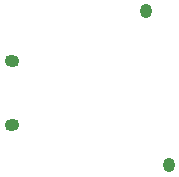
<source format=gbl>
G04 Layer_Physical_Order=2*
G04 Layer_Color=16711680*
%FSTAX42Y42*%
%MOMM*%
G71*
G01*
G75*
G04:AMPARAMS|DCode=11|XSize=1mm|YSize=1.25mm|CornerRadius=0mm|HoleSize=0mm|Usage=FLASHONLY|Rotation=280.000|XOffset=0mm|YOffset=0mm|HoleType=Round|Shape=Round|*
%AMOVALD11*
21,1,0.25,1.00,0.00,0.00,10.0*
1,1,1.00,-0.12,-0.02*
1,1,1.00,0.12,0.02*
%
%ADD11OVALD11*%

G04:AMPARAMS|DCode=12|XSize=1mm|YSize=1.25mm|CornerRadius=0mm|HoleSize=0mm|Usage=FLASHONLY|Rotation=80.000|XOffset=0mm|YOffset=0mm|HoleType=Round|Shape=Round|*
%AMOVALD12*
21,1,0.25,1.00,0.00,0.00,170.0*
1,1,1.00,0.12,-0.02*
1,1,1.00,-0.12,0.02*
%
%ADD12OVALD12*%

G04:AMPARAMS|DCode=13|XSize=1mm|YSize=1.25mm|CornerRadius=0mm|HoleSize=0mm|Usage=FLASHONLY|Rotation=2.000|XOffset=0mm|YOffset=0mm|HoleType=Round|Shape=Round|*
%AMOVALD13*
21,1,0.25,1.00,0.00,0.00,92.0*
1,1,1.00,0.00,-0.12*
1,1,1.00,-0.00,0.12*
%
%ADD13OVALD13*%

D11*
X02704Y026397D02*
D03*
D12*
Y026944D02*
D03*
D13*
X02818Y027363D02*
D03*
X02837Y026057D02*
D03*
M02*

</source>
